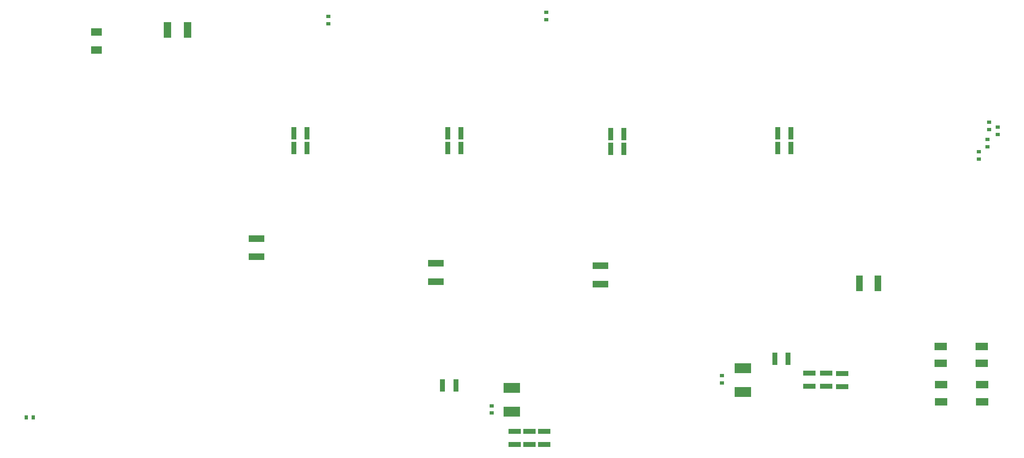
<source format=gbr>
%FSTAX23Y23*%
%MOIN*%
%SFA1B1*%

%IPPOS*%
%ADD10R,0.098425X0.059055*%
%ADD11R,0.102362X0.043307*%
%ADD12R,0.035433X0.027559*%
%ADD13R,0.027559X0.035433*%
%ADD15R,0.043307X0.102362*%
%ADD18R,0.137795X0.078740*%
%ADD71R,0.129921X0.055118*%
%ADD72R,0.055118X0.129921*%
%ADD73R,0.085827X0.059842*%
%ADD74R,0.061024X0.129921*%
%LNlv1_paste_bot-1*%
%LPD*%
G54D10*
X08944Y01087D03*
X0861Y01225D03*
Y01087D03*
X08944Y01225D03*
X08943Y01398D03*
X08608Y01536D03*
Y01398D03*
X08943Y01536D03*
G54D11*
X05147Y0074D03*
Y00846D03*
X05269Y0074D03*
Y00847D03*
X05387Y0074D03*
Y00846D03*
X0754Y01212D03*
Y01318D03*
X07809Y01209D03*
Y01315D03*
X07679Y01212D03*
Y01318D03*
G54D12*
X06832Y01298D03*
Y01239D03*
X09Y033D03*
Y03359D03*
X0907Y03319D03*
Y0326D03*
X08989Y03219D03*
Y0316D03*
X08919Y03119D03*
Y0306D03*
X04961Y01054D03*
Y00995D03*
X05405Y04252D03*
Y04193D03*
X03634Y04218D03*
Y04159D03*
G54D13*
X0118Y0096D03*
X01239D03*
G54D15*
X03463Y0315D03*
X03356D03*
X03463Y0327D03*
X03356D03*
X04563Y01218D03*
X0467D03*
X04711Y03269D03*
X04605D03*
X04711Y03149D03*
X04605D03*
X06034Y03264D03*
X05928D03*
X06034Y03144D03*
X05928D03*
X0739Y0327D03*
X07284D03*
X0739Y0315D03*
X07284D03*
X07262Y01437D03*
X07368D03*
G54D18*
X07002Y01358D03*
Y01165D03*
X05124Y01007D03*
Y012D03*
G54D71*
X04507Y02062D03*
Y02212D03*
X05846Y02044D03*
Y02193D03*
X0305Y02265D03*
Y02414D03*
G54D72*
X07948Y0205D03*
X08097D03*
G54D73*
X0175Y04092D03*
Y03947D03*
G54D74*
X02327Y0411D03*
X02492D03*
M02*
</source>
